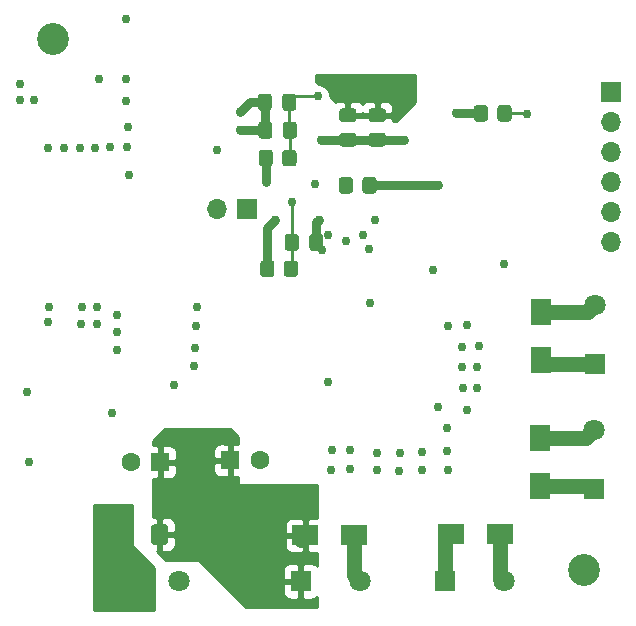
<source format=gbl>
G04 #@! TF.GenerationSoftware,KiCad,Pcbnew,(5.1.8-0-10_14)*
G04 #@! TF.CreationDate,2021-10-21T22:22:27-07:00*
G04 #@! TF.ProjectId,ESP8266_12v_Relay,45535038-3236-4365-9f31-32765f52656c,rev?*
G04 #@! TF.SameCoordinates,Original*
G04 #@! TF.FileFunction,Copper,L4,Bot*
G04 #@! TF.FilePolarity,Positive*
%FSLAX46Y46*%
G04 Gerber Fmt 4.6, Leading zero omitted, Abs format (unit mm)*
G04 Created by KiCad (PCBNEW (5.1.8-0-10_14)) date 2021-10-21 22:22:27*
%MOMM*%
%LPD*%
G01*
G04 APERTURE LIST*
G04 #@! TA.AperFunction,WasherPad*
%ADD10C,2.700000*%
G04 #@! TD*
G04 #@! TA.AperFunction,ComponentPad*
%ADD11C,1.800000*%
G04 #@! TD*
G04 #@! TA.AperFunction,ComponentPad*
%ADD12R,1.800000X1.800000*%
G04 #@! TD*
G04 #@! TA.AperFunction,ComponentPad*
%ADD13O,1.700000X1.700000*%
G04 #@! TD*
G04 #@! TA.AperFunction,ComponentPad*
%ADD14R,1.700000X1.700000*%
G04 #@! TD*
G04 #@! TA.AperFunction,ComponentPad*
%ADD15C,1.600000*%
G04 #@! TD*
G04 #@! TA.AperFunction,ComponentPad*
%ADD16R,1.600000X1.600000*%
G04 #@! TD*
G04 #@! TA.AperFunction,SMDPad,CuDef*
%ADD17R,2.250000X1.700000*%
G04 #@! TD*
G04 #@! TA.AperFunction,SMDPad,CuDef*
%ADD18R,1.700000X2.250000*%
G04 #@! TD*
G04 #@! TA.AperFunction,ViaPad*
%ADD19C,0.762000*%
G04 #@! TD*
G04 #@! TA.AperFunction,Conductor*
%ADD20C,0.762000*%
G04 #@! TD*
G04 #@! TA.AperFunction,Conductor*
%ADD21C,1.270000*%
G04 #@! TD*
G04 #@! TA.AperFunction,Conductor*
%ADD22C,0.254000*%
G04 #@! TD*
G04 #@! TA.AperFunction,Conductor*
%ADD23C,0.100000*%
G04 #@! TD*
G04 APERTURE END LIST*
D10*
X252730000Y-125730000D03*
D11*
X218440000Y-126644400D03*
D12*
X213440000Y-126644400D03*
D13*
X254965200Y-97942400D03*
X254965200Y-95402400D03*
X254965200Y-92862400D03*
X254965200Y-90322400D03*
X254965200Y-87782400D03*
D14*
X254965200Y-85242400D03*
D15*
X214314400Y-116586000D03*
D16*
X216814400Y-116586000D03*
X222747200Y-116433600D03*
D15*
X225247200Y-116433600D03*
D10*
X207772000Y-80772000D03*
D17*
X245559800Y-122656600D03*
X241459800Y-122656600D03*
X229115400Y-122783600D03*
X233215400Y-122783600D03*
D11*
X245969800Y-126669800D03*
D12*
X240969800Y-126669800D03*
X228727000Y-126669800D03*
D11*
X233727000Y-126669800D03*
D18*
X249097800Y-103868000D03*
X249097800Y-107968000D03*
X248996200Y-118610600D03*
X248996200Y-114510600D03*
D11*
X253619000Y-103280200D03*
D12*
X253619000Y-108280200D03*
X253593600Y-118821200D03*
D11*
X253593600Y-113821200D03*
D14*
X224205800Y-95148400D03*
D13*
X221665800Y-95148400D03*
G04 #@! TA.AperFunction,SMDPad,CuDef*
G36*
G01*
X234729000Y-88685700D02*
X235679000Y-88685700D01*
G75*
G02*
X235929000Y-88935700I0J-250000D01*
G01*
X235929000Y-89610700D01*
G75*
G02*
X235679000Y-89860700I-250000J0D01*
G01*
X234729000Y-89860700D01*
G75*
G02*
X234479000Y-89610700I0J250000D01*
G01*
X234479000Y-88935700D01*
G75*
G02*
X234729000Y-88685700I250000J0D01*
G01*
G37*
G04 #@! TD.AperFunction*
G04 #@! TA.AperFunction,SMDPad,CuDef*
G36*
G01*
X234729000Y-86610700D02*
X235679000Y-86610700D01*
G75*
G02*
X235929000Y-86860700I0J-250000D01*
G01*
X235929000Y-87535700D01*
G75*
G02*
X235679000Y-87785700I-250000J0D01*
G01*
X234729000Y-87785700D01*
G75*
G02*
X234479000Y-87535700I0J250000D01*
G01*
X234479000Y-86860700D01*
G75*
G02*
X234729000Y-86610700I250000J0D01*
G01*
G37*
G04 #@! TD.AperFunction*
G04 #@! TA.AperFunction,SMDPad,CuDef*
G36*
G01*
X232239800Y-86614600D02*
X233189800Y-86614600D01*
G75*
G02*
X233439800Y-86864600I0J-250000D01*
G01*
X233439800Y-87539600D01*
G75*
G02*
X233189800Y-87789600I-250000J0D01*
G01*
X232239800Y-87789600D01*
G75*
G02*
X231989800Y-87539600I0J250000D01*
G01*
X231989800Y-86864600D01*
G75*
G02*
X232239800Y-86614600I250000J0D01*
G01*
G37*
G04 #@! TD.AperFunction*
G04 #@! TA.AperFunction,SMDPad,CuDef*
G36*
G01*
X232239800Y-88689600D02*
X233189800Y-88689600D01*
G75*
G02*
X233439800Y-88939600I0J-250000D01*
G01*
X233439800Y-89614600D01*
G75*
G02*
X233189800Y-89864600I-250000J0D01*
G01*
X232239800Y-89864600D01*
G75*
G02*
X231989800Y-89614600I0J250000D01*
G01*
X231989800Y-88939600D01*
G75*
G02*
X232239800Y-88689600I250000J0D01*
G01*
G37*
G04 #@! TD.AperFunction*
G04 #@! TA.AperFunction,SMDPad,CuDef*
G36*
G01*
X228396200Y-87993200D02*
X228396200Y-88943200D01*
G75*
G02*
X228146200Y-89193200I-250000J0D01*
G01*
X227471200Y-89193200D01*
G75*
G02*
X227221200Y-88943200I0J250000D01*
G01*
X227221200Y-87993200D01*
G75*
G02*
X227471200Y-87743200I250000J0D01*
G01*
X228146200Y-87743200D01*
G75*
G02*
X228396200Y-87993200I0J-250000D01*
G01*
G37*
G04 #@! TD.AperFunction*
G04 #@! TA.AperFunction,SMDPad,CuDef*
G36*
G01*
X226321200Y-87993200D02*
X226321200Y-88943200D01*
G75*
G02*
X226071200Y-89193200I-250000J0D01*
G01*
X225396200Y-89193200D01*
G75*
G02*
X225146200Y-88943200I0J250000D01*
G01*
X225146200Y-87993200D01*
G75*
G02*
X225396200Y-87743200I250000J0D01*
G01*
X226071200Y-87743200D01*
G75*
G02*
X226321200Y-87993200I0J-250000D01*
G01*
G37*
G04 #@! TD.AperFunction*
G04 #@! TA.AperFunction,SMDPad,CuDef*
G36*
G01*
X226270400Y-85631000D02*
X226270400Y-86581000D01*
G75*
G02*
X226020400Y-86831000I-250000J0D01*
G01*
X225345400Y-86831000D01*
G75*
G02*
X225095400Y-86581000I0J250000D01*
G01*
X225095400Y-85631000D01*
G75*
G02*
X225345400Y-85381000I250000J0D01*
G01*
X226020400Y-85381000D01*
G75*
G02*
X226270400Y-85631000I0J-250000D01*
G01*
G37*
G04 #@! TD.AperFunction*
G04 #@! TA.AperFunction,SMDPad,CuDef*
G36*
G01*
X228345400Y-85631000D02*
X228345400Y-86581000D01*
G75*
G02*
X228095400Y-86831000I-250000J0D01*
G01*
X227420400Y-86831000D01*
G75*
G02*
X227170400Y-86581000I0J250000D01*
G01*
X227170400Y-85631000D01*
G75*
G02*
X227420400Y-85381000I250000J0D01*
G01*
X228095400Y-85381000D01*
G75*
G02*
X228345400Y-85631000I0J-250000D01*
G01*
G37*
G04 #@! TD.AperFunction*
G04 #@! TA.AperFunction,SMDPad,CuDef*
G36*
G01*
X227381400Y-98442800D02*
X227381400Y-97492800D01*
G75*
G02*
X227631400Y-97242800I250000J0D01*
G01*
X228306400Y-97242800D01*
G75*
G02*
X228556400Y-97492800I0J-250000D01*
G01*
X228556400Y-98442800D01*
G75*
G02*
X228306400Y-98692800I-250000J0D01*
G01*
X227631400Y-98692800D01*
G75*
G02*
X227381400Y-98442800I0J250000D01*
G01*
G37*
G04 #@! TD.AperFunction*
G04 #@! TA.AperFunction,SMDPad,CuDef*
G36*
G01*
X229456400Y-98442800D02*
X229456400Y-97492800D01*
G75*
G02*
X229706400Y-97242800I250000J0D01*
G01*
X230381400Y-97242800D01*
G75*
G02*
X230631400Y-97492800I0J-250000D01*
G01*
X230631400Y-98442800D01*
G75*
G02*
X230381400Y-98692800I-250000J0D01*
G01*
X229706400Y-98692800D01*
G75*
G02*
X229456400Y-98442800I0J250000D01*
G01*
G37*
G04 #@! TD.AperFunction*
G04 #@! TA.AperFunction,SMDPad,CuDef*
G36*
G01*
X243383000Y-87495801D02*
X243383000Y-86595799D01*
G75*
G02*
X243632999Y-86345800I249999J0D01*
G01*
X244333001Y-86345800D01*
G75*
G02*
X244583000Y-86595799I0J-249999D01*
G01*
X244583000Y-87495801D01*
G75*
G02*
X244333001Y-87745800I-249999J0D01*
G01*
X243632999Y-87745800D01*
G75*
G02*
X243383000Y-87495801I0J249999D01*
G01*
G37*
G04 #@! TD.AperFunction*
G04 #@! TA.AperFunction,SMDPad,CuDef*
G36*
G01*
X245383000Y-87495801D02*
X245383000Y-86595799D01*
G75*
G02*
X245632999Y-86345800I249999J0D01*
G01*
X246333001Y-86345800D01*
G75*
G02*
X246583000Y-86595799I0J-249999D01*
G01*
X246583000Y-87495801D01*
G75*
G02*
X246333001Y-87745800I-249999J0D01*
G01*
X245632999Y-87745800D01*
G75*
G02*
X245383000Y-87495801I0J249999D01*
G01*
G37*
G04 #@! TD.AperFunction*
G04 #@! TA.AperFunction,SMDPad,CuDef*
G36*
G01*
X233153000Y-92691799D02*
X233153000Y-93591801D01*
G75*
G02*
X232903001Y-93841800I-249999J0D01*
G01*
X232202999Y-93841800D01*
G75*
G02*
X231953000Y-93591801I0J249999D01*
G01*
X231953000Y-92691799D01*
G75*
G02*
X232202999Y-92441800I249999J0D01*
G01*
X232903001Y-92441800D01*
G75*
G02*
X233153000Y-92691799I0J-249999D01*
G01*
G37*
G04 #@! TD.AperFunction*
G04 #@! TA.AperFunction,SMDPad,CuDef*
G36*
G01*
X235153000Y-92691799D02*
X235153000Y-93591801D01*
G75*
G02*
X234903001Y-93841800I-249999J0D01*
G01*
X234202999Y-93841800D01*
G75*
G02*
X233953000Y-93591801I0J249999D01*
G01*
X233953000Y-92691799D01*
G75*
G02*
X234202999Y-92441800I249999J0D01*
G01*
X234903001Y-92441800D01*
G75*
G02*
X235153000Y-92691799I0J-249999D01*
G01*
G37*
G04 #@! TD.AperFunction*
G04 #@! TA.AperFunction,SMDPad,CuDef*
G36*
G01*
X225298200Y-100653001D02*
X225298200Y-99752999D01*
G75*
G02*
X225548199Y-99503000I249999J0D01*
G01*
X226248201Y-99503000D01*
G75*
G02*
X226498200Y-99752999I0J-249999D01*
G01*
X226498200Y-100653001D01*
G75*
G02*
X226248201Y-100903000I-249999J0D01*
G01*
X225548199Y-100903000D01*
G75*
G02*
X225298200Y-100653001I0J249999D01*
G01*
G37*
G04 #@! TD.AperFunction*
G04 #@! TA.AperFunction,SMDPad,CuDef*
G36*
G01*
X227298200Y-100653001D02*
X227298200Y-99752999D01*
G75*
G02*
X227548199Y-99503000I249999J0D01*
G01*
X228248201Y-99503000D01*
G75*
G02*
X228498200Y-99752999I0J-249999D01*
G01*
X228498200Y-100653001D01*
G75*
G02*
X228248201Y-100903000I-249999J0D01*
G01*
X227548199Y-100903000D01*
G75*
G02*
X227298200Y-100653001I0J249999D01*
G01*
G37*
G04 #@! TD.AperFunction*
G04 #@! TA.AperFunction,SMDPad,CuDef*
G36*
G01*
X227171200Y-91280401D02*
X227171200Y-90380399D01*
G75*
G02*
X227421199Y-90130400I249999J0D01*
G01*
X228121201Y-90130400D01*
G75*
G02*
X228371200Y-90380399I0J-249999D01*
G01*
X228371200Y-91280401D01*
G75*
G02*
X228121201Y-91530400I-249999J0D01*
G01*
X227421199Y-91530400D01*
G75*
G02*
X227171200Y-91280401I0J249999D01*
G01*
G37*
G04 #@! TD.AperFunction*
G04 #@! TA.AperFunction,SMDPad,CuDef*
G36*
G01*
X225171200Y-91280401D02*
X225171200Y-90380399D01*
G75*
G02*
X225421199Y-90130400I249999J0D01*
G01*
X226121201Y-90130400D01*
G75*
G02*
X226371200Y-90380399I0J-249999D01*
G01*
X226371200Y-91280401D01*
G75*
G02*
X226121201Y-91530400I-249999J0D01*
G01*
X225421199Y-91530400D01*
G75*
G02*
X225171200Y-91280401I0J249999D01*
G01*
G37*
G04 #@! TD.AperFunction*
G04 #@! TA.AperFunction,SMDPad,CuDef*
G36*
G01*
X213090400Y-123332400D02*
X213090400Y-122082400D01*
G75*
G02*
X213340400Y-121832400I250000J0D01*
G01*
X214265400Y-121832400D01*
G75*
G02*
X214515400Y-122082400I0J-250000D01*
G01*
X214515400Y-123332400D01*
G75*
G02*
X214265400Y-123582400I-250000J0D01*
G01*
X213340400Y-123582400D01*
G75*
G02*
X213090400Y-123332400I0J250000D01*
G01*
G37*
G04 #@! TD.AperFunction*
G04 #@! TA.AperFunction,SMDPad,CuDef*
G36*
G01*
X216065400Y-123332400D02*
X216065400Y-122082400D01*
G75*
G02*
X216315400Y-121832400I250000J0D01*
G01*
X217240400Y-121832400D01*
G75*
G02*
X217490400Y-122082400I0J-250000D01*
G01*
X217490400Y-123332400D01*
G75*
G02*
X217240400Y-123582400I-250000J0D01*
G01*
X216315400Y-123582400D01*
G75*
G02*
X216065400Y-123332400I0J250000D01*
G01*
G37*
G04 #@! TD.AperFunction*
D19*
X210007200Y-89966800D03*
X211328000Y-89966800D03*
X212598000Y-89916000D03*
X208686400Y-89966800D03*
X207365600Y-90017600D03*
X214020400Y-89916000D03*
X214071200Y-88239600D03*
X214223600Y-92303600D03*
X230331600Y-84069600D03*
X234793200Y-84069600D03*
X234797600Y-85496400D03*
X236270800Y-84074000D03*
X236270800Y-85471000D03*
X237515400Y-84353400D03*
X237490000Y-85521800D03*
X241833400Y-87045800D03*
X225771200Y-92878400D03*
X240334800Y-93141800D03*
X226517200Y-96113600D03*
X213918800Y-79044800D03*
X230530400Y-98577400D03*
X205536800Y-110642400D03*
X205740000Y-116535200D03*
X207416400Y-103428800D03*
X207365600Y-104698800D03*
X206146400Y-85953600D03*
X204927200Y-85953600D03*
X204927200Y-84531200D03*
X211632800Y-84124800D03*
X213918800Y-84124800D03*
X213969600Y-86004400D03*
X219913200Y-103479600D03*
X219862400Y-105054400D03*
X219811600Y-106883200D03*
X219710000Y-108407200D03*
X217982800Y-110032800D03*
X234994000Y-96069600D03*
X232550000Y-97879200D03*
X230253800Y-96065600D03*
X221651000Y-90108600D03*
X245897400Y-99796600D03*
X239947200Y-100285800D03*
X234626400Y-103079800D03*
X231038400Y-109753400D03*
X231343200Y-115544600D03*
X232918000Y-115544600D03*
X231267000Y-117221000D03*
X232867200Y-117170200D03*
X235204000Y-115824000D03*
X235153200Y-117271800D03*
X237109000Y-115824000D03*
X237058200Y-117297200D03*
X239014000Y-115722400D03*
X238988600Y-117271800D03*
X241122200Y-115646200D03*
X241198400Y-117271800D03*
X241096800Y-113715800D03*
X240385600Y-111937800D03*
X242443000Y-110286800D03*
X243636800Y-110312200D03*
X242366800Y-108559600D03*
X243687600Y-108534200D03*
X242341400Y-106832400D03*
X243789200Y-106705400D03*
X241173000Y-105029000D03*
X242773200Y-104978200D03*
X242773200Y-112191800D03*
X223596200Y-88468200D03*
X223570800Y-86944200D03*
X237507600Y-89273200D03*
X230432700Y-89277100D03*
X234010200Y-97307400D03*
X231038400Y-97332800D03*
X234543600Y-98526600D03*
X212734400Y-112455200D03*
X210210400Y-103428800D03*
X211480400Y-103428800D03*
X210159600Y-104851200D03*
X211480400Y-104851200D03*
X213156800Y-104140000D03*
X213156800Y-105562400D03*
X213156800Y-107086400D03*
X217017600Y-120370600D03*
X217043000Y-118821200D03*
X218846400Y-118795800D03*
X218821000Y-120472200D03*
X220649800Y-118795800D03*
X220776800Y-120573800D03*
X218897200Y-122580400D03*
X220980000Y-122428000D03*
X219735400Y-116687600D03*
X219684600Y-114884200D03*
X223012000Y-119456200D03*
X223012000Y-121615200D03*
X222656400Y-125120400D03*
X228727000Y-119862600D03*
X225806000Y-119964200D03*
X225882200Y-124612400D03*
X225882200Y-127711200D03*
X225780600Y-122453400D03*
X223799400Y-123571000D03*
X224332800Y-126161800D03*
X220751400Y-124282200D03*
X221919800Y-114249200D03*
X217855800Y-114300000D03*
X217601800Y-124536200D03*
X230215000Y-85608600D03*
X247858800Y-87065600D03*
X227963600Y-94565600D03*
X229895400Y-93065600D03*
X213918800Y-120624600D03*
X211836000Y-120650000D03*
X211455000Y-122174000D03*
X211480400Y-123571000D03*
X214782400Y-124637800D03*
X211531200Y-124841000D03*
D20*
X243983000Y-87045800D02*
X241833400Y-87045800D01*
X241833400Y-87045800D02*
X241833400Y-87045800D01*
X225771200Y-90830400D02*
X225771200Y-92878400D01*
X225771200Y-92878400D02*
X225771200Y-92878400D01*
X234553000Y-93141800D02*
X240334800Y-93141800D01*
X240334800Y-93141800D02*
X240334800Y-93141800D01*
X225898200Y-100203000D02*
X225898200Y-96732600D01*
X225898200Y-96732600D02*
X226517200Y-96113600D01*
X226517200Y-96113600D02*
X226517200Y-96113600D01*
X230043900Y-96275500D02*
X230253800Y-96065600D01*
X230043900Y-97967800D02*
X230043900Y-96275500D01*
X225682900Y-88417400D02*
X225733700Y-88468200D01*
X225682900Y-86106000D02*
X225682900Y-88417400D01*
X225733700Y-88468200D02*
X223596200Y-88468200D01*
X223596200Y-88468200D02*
X223596200Y-88468200D01*
X225682900Y-86106000D02*
X224409000Y-86106000D01*
X224409000Y-86106000D02*
X223570800Y-86944200D01*
X223570800Y-86944200D02*
X223570800Y-86944200D01*
X235200100Y-89277100D02*
X235204000Y-89273200D01*
X232714800Y-89277100D02*
X235200100Y-89277100D01*
X235204000Y-89273200D02*
X237507600Y-89273200D01*
X232714800Y-89277100D02*
X230432700Y-89277100D01*
X237507600Y-89273200D02*
X237507600Y-89273200D01*
X230432700Y-89277100D02*
X230432700Y-89277100D01*
D21*
X228727000Y-123172000D02*
X229115400Y-122783600D01*
X240969800Y-123146600D02*
X241459800Y-122656600D01*
X240969800Y-126669800D02*
X240969800Y-123146600D01*
X253383000Y-118610600D02*
X253593600Y-118821200D01*
X248996200Y-118610600D02*
X253383000Y-118610600D01*
X249410000Y-108280200D02*
X249097800Y-107968000D01*
X253619000Y-108280200D02*
X249410000Y-108280200D01*
D22*
X228255300Y-85608600D02*
X227757900Y-86106000D01*
X230215000Y-85608600D02*
X228255300Y-85608600D01*
X227757900Y-88417400D02*
X227808700Y-88468200D01*
X227757900Y-86106000D02*
X227757900Y-88417400D01*
X227808700Y-90792900D02*
X227771200Y-90830400D01*
X227808700Y-88468200D02*
X227808700Y-90792900D01*
D21*
X233215400Y-126158200D02*
X233727000Y-126669800D01*
X233215400Y-122783600D02*
X233215400Y-126158200D01*
X245559800Y-126259800D02*
X245969800Y-126669800D01*
X245559800Y-122656600D02*
X245559800Y-126259800D01*
D22*
X247839000Y-87045800D02*
X247858800Y-87065600D01*
X245983000Y-87045800D02*
X247839000Y-87045800D01*
X227963600Y-97962500D02*
X227968900Y-97967800D01*
X227963600Y-94565600D02*
X227963600Y-97962500D01*
X227968900Y-100419500D02*
X227981000Y-100431600D01*
X227968900Y-97967800D02*
X227968900Y-100419500D01*
D21*
X252904200Y-114510600D02*
X253593600Y-113821200D01*
X248996200Y-114510600D02*
X252904200Y-114510600D01*
X253031200Y-103868000D02*
X253619000Y-103280200D01*
X249097800Y-103868000D02*
X253031200Y-103868000D01*
D22*
X238379000Y-86078794D02*
X236802394Y-87655400D01*
X236565745Y-87655400D01*
X236564000Y-87483950D01*
X236405250Y-87325200D01*
X235331000Y-87325200D01*
X235331000Y-87345200D01*
X235077000Y-87345200D01*
X235077000Y-87325200D01*
X234002750Y-87325200D01*
X233957450Y-87370500D01*
X233916050Y-87329100D01*
X232841800Y-87329100D01*
X232841800Y-87349100D01*
X232587800Y-87349100D01*
X232587800Y-87329100D01*
X232567800Y-87329100D01*
X232567800Y-87075100D01*
X232587800Y-87075100D01*
X232587800Y-86138350D01*
X232841800Y-86138350D01*
X232841800Y-87075100D01*
X233916050Y-87075100D01*
X233961350Y-87029800D01*
X234002750Y-87071200D01*
X235077000Y-87071200D01*
X235077000Y-86134450D01*
X235331000Y-86134450D01*
X235331000Y-87071200D01*
X236405250Y-87071200D01*
X236564000Y-86912450D01*
X236567072Y-86610700D01*
X236554812Y-86486218D01*
X236518502Y-86366520D01*
X236459537Y-86256206D01*
X236380185Y-86159515D01*
X236283494Y-86080163D01*
X236173180Y-86021198D01*
X236053482Y-85984888D01*
X235929000Y-85972628D01*
X235489750Y-85975700D01*
X235331000Y-86134450D01*
X235077000Y-86134450D01*
X234918250Y-85975700D01*
X234479000Y-85972628D01*
X234354518Y-85984888D01*
X234234820Y-86021198D01*
X234124506Y-86080163D01*
X234027815Y-86159515D01*
X233957800Y-86244829D01*
X233890985Y-86163415D01*
X233794294Y-86084063D01*
X233683980Y-86025098D01*
X233564282Y-85988788D01*
X233439800Y-85976528D01*
X233000550Y-85979600D01*
X232841800Y-86138350D01*
X232587800Y-86138350D01*
X232429050Y-85979600D01*
X231989800Y-85976528D01*
X231865318Y-85988788D01*
X231745620Y-86025098D01*
X231696669Y-86051263D01*
X231231000Y-85585594D01*
X231231000Y-85508533D01*
X231191956Y-85312244D01*
X231115368Y-85127344D01*
X231004179Y-84960938D01*
X230862662Y-84819421D01*
X230696256Y-84708232D01*
X230511356Y-84631644D01*
X230315067Y-84592600D01*
X230238006Y-84592600D01*
X229997000Y-84351594D01*
X229997000Y-83769200D01*
X238379000Y-83769200D01*
X238379000Y-86078794D01*
G04 #@! TA.AperFunction,Conductor*
D23*
G36*
X238379000Y-86078794D02*
G01*
X236802394Y-87655400D01*
X236565745Y-87655400D01*
X236564000Y-87483950D01*
X236405250Y-87325200D01*
X235331000Y-87325200D01*
X235331000Y-87345200D01*
X235077000Y-87345200D01*
X235077000Y-87325200D01*
X234002750Y-87325200D01*
X233957450Y-87370500D01*
X233916050Y-87329100D01*
X232841800Y-87329100D01*
X232841800Y-87349100D01*
X232587800Y-87349100D01*
X232587800Y-87329100D01*
X232567800Y-87329100D01*
X232567800Y-87075100D01*
X232587800Y-87075100D01*
X232587800Y-86138350D01*
X232841800Y-86138350D01*
X232841800Y-87075100D01*
X233916050Y-87075100D01*
X233961350Y-87029800D01*
X234002750Y-87071200D01*
X235077000Y-87071200D01*
X235077000Y-86134450D01*
X235331000Y-86134450D01*
X235331000Y-87071200D01*
X236405250Y-87071200D01*
X236564000Y-86912450D01*
X236567072Y-86610700D01*
X236554812Y-86486218D01*
X236518502Y-86366520D01*
X236459537Y-86256206D01*
X236380185Y-86159515D01*
X236283494Y-86080163D01*
X236173180Y-86021198D01*
X236053482Y-85984888D01*
X235929000Y-85972628D01*
X235489750Y-85975700D01*
X235331000Y-86134450D01*
X235077000Y-86134450D01*
X234918250Y-85975700D01*
X234479000Y-85972628D01*
X234354518Y-85984888D01*
X234234820Y-86021198D01*
X234124506Y-86080163D01*
X234027815Y-86159515D01*
X233957800Y-86244829D01*
X233890985Y-86163415D01*
X233794294Y-86084063D01*
X233683980Y-86025098D01*
X233564282Y-85988788D01*
X233439800Y-85976528D01*
X233000550Y-85979600D01*
X232841800Y-86138350D01*
X232587800Y-86138350D01*
X232429050Y-85979600D01*
X231989800Y-85976528D01*
X231865318Y-85988788D01*
X231745620Y-86025098D01*
X231696669Y-86051263D01*
X231231000Y-85585594D01*
X231231000Y-85508533D01*
X231191956Y-85312244D01*
X231115368Y-85127344D01*
X231004179Y-84960938D01*
X230862662Y-84819421D01*
X230696256Y-84708232D01*
X230511356Y-84631644D01*
X230315067Y-84592600D01*
X230238006Y-84592600D01*
X229997000Y-84351594D01*
X229997000Y-83769200D01*
X238379000Y-83769200D01*
X238379000Y-86078794D01*
G37*
G04 #@! TD.AperFunction*
D22*
X214401400Y-123571000D02*
X214403840Y-123595776D01*
X214411067Y-123619601D01*
X214422803Y-123641557D01*
X214438597Y-123660803D01*
X216331800Y-125554006D01*
X216331800Y-129057400D01*
X211251800Y-129057400D01*
X211251800Y-120192800D01*
X214401400Y-120192800D01*
X214401400Y-123571000D01*
G04 #@! TA.AperFunction,Conductor*
D23*
G36*
X214401400Y-123571000D02*
G01*
X214403840Y-123595776D01*
X214411067Y-123619601D01*
X214422803Y-123641557D01*
X214438597Y-123660803D01*
X216331800Y-125554006D01*
X216331800Y-129057400D01*
X211251800Y-129057400D01*
X211251800Y-120192800D01*
X214401400Y-120192800D01*
X214401400Y-123571000D01*
G37*
G04 #@! TD.AperFunction*
D22*
X223393000Y-114428806D02*
X223393000Y-114996449D01*
X223032950Y-114998600D01*
X222874200Y-115157350D01*
X222874200Y-116306600D01*
X222894200Y-116306600D01*
X222894200Y-116560600D01*
X222874200Y-116560600D01*
X222874200Y-117709850D01*
X223032950Y-117868600D01*
X223393000Y-117870751D01*
X223393000Y-118414800D01*
X223395440Y-118439576D01*
X223402667Y-118463401D01*
X223414403Y-118485357D01*
X223430197Y-118504603D01*
X223449443Y-118520397D01*
X223471399Y-118532133D01*
X223495224Y-118539360D01*
X223520000Y-118541800D01*
X230098600Y-118541800D01*
X230098600Y-121296047D01*
X229401150Y-121298600D01*
X229242400Y-121457350D01*
X229242400Y-122656600D01*
X229262400Y-122656600D01*
X229262400Y-122910600D01*
X229242400Y-122910600D01*
X229242400Y-124109850D01*
X229401150Y-124268600D01*
X230098600Y-124271153D01*
X230098600Y-125343491D01*
X230078185Y-125318615D01*
X229981494Y-125239263D01*
X229871180Y-125180298D01*
X229751482Y-125143988D01*
X229627000Y-125131728D01*
X229012750Y-125134800D01*
X228854000Y-125293550D01*
X228854000Y-126542800D01*
X228874000Y-126542800D01*
X228874000Y-126796800D01*
X228854000Y-126796800D01*
X228854000Y-128046050D01*
X229012750Y-128204800D01*
X229627000Y-128207872D01*
X229751482Y-128195612D01*
X229871180Y-128159302D01*
X229981494Y-128100337D01*
X230078185Y-128020985D01*
X230098600Y-127996109D01*
X230098600Y-128828800D01*
X224106006Y-128828800D01*
X222847006Y-127569800D01*
X227188928Y-127569800D01*
X227201188Y-127694282D01*
X227237498Y-127813980D01*
X227296463Y-127924294D01*
X227375815Y-128020985D01*
X227472506Y-128100337D01*
X227582820Y-128159302D01*
X227702518Y-128195612D01*
X227827000Y-128207872D01*
X228441250Y-128204800D01*
X228600000Y-128046050D01*
X228600000Y-126796800D01*
X227350750Y-126796800D01*
X227192000Y-126955550D01*
X227188928Y-127569800D01*
X222847006Y-127569800D01*
X221047006Y-125769800D01*
X227188928Y-125769800D01*
X227192000Y-126384050D01*
X227350750Y-126542800D01*
X228600000Y-126542800D01*
X228600000Y-125293550D01*
X228441250Y-125134800D01*
X227827000Y-125131728D01*
X227702518Y-125143988D01*
X227582820Y-125180298D01*
X227472506Y-125239263D01*
X227375815Y-125318615D01*
X227296463Y-125415306D01*
X227237498Y-125525620D01*
X227201188Y-125645318D01*
X227188928Y-125769800D01*
X221047006Y-125769800D01*
X218910806Y-123633600D01*
X227352328Y-123633600D01*
X227364588Y-123758082D01*
X227400898Y-123877780D01*
X227459863Y-123988094D01*
X227539215Y-124084785D01*
X227635906Y-124164137D01*
X227746220Y-124223102D01*
X227865918Y-124259412D01*
X227990400Y-124271672D01*
X228829650Y-124268600D01*
X228988400Y-124109850D01*
X228988400Y-122910600D01*
X227514150Y-122910600D01*
X227355400Y-123069350D01*
X227352328Y-123633600D01*
X218910806Y-123633600D01*
X218783803Y-123506597D01*
X218764557Y-123490803D01*
X218742601Y-123479067D01*
X218718776Y-123471840D01*
X218694000Y-123469400D01*
X218127883Y-123469400D01*
X218125400Y-122993150D01*
X217966650Y-122834400D01*
X216904900Y-122834400D01*
X216904900Y-122854400D01*
X216650900Y-122854400D01*
X216650900Y-122834400D01*
X216630900Y-122834400D01*
X216630900Y-122580400D01*
X216650900Y-122580400D01*
X216650900Y-121356150D01*
X216904900Y-121356150D01*
X216904900Y-122580400D01*
X217966650Y-122580400D01*
X218125400Y-122421650D01*
X218127944Y-121933600D01*
X227352328Y-121933600D01*
X227355400Y-122497850D01*
X227514150Y-122656600D01*
X228988400Y-122656600D01*
X228988400Y-121457350D01*
X228829650Y-121298600D01*
X227990400Y-121295528D01*
X227865918Y-121307788D01*
X227746220Y-121344098D01*
X227635906Y-121403063D01*
X227539215Y-121482415D01*
X227459863Y-121579106D01*
X227400898Y-121689420D01*
X227364588Y-121809118D01*
X227352328Y-121933600D01*
X218127944Y-121933600D01*
X218128472Y-121832400D01*
X218116212Y-121707918D01*
X218079902Y-121588220D01*
X218020937Y-121477906D01*
X217941585Y-121381215D01*
X217844894Y-121301863D01*
X217734580Y-121242898D01*
X217614882Y-121206588D01*
X217490400Y-121194328D01*
X217063650Y-121197400D01*
X216904900Y-121356150D01*
X216650900Y-121356150D01*
X216492150Y-121197400D01*
X216204800Y-121195331D01*
X216204800Y-118022935D01*
X216528650Y-118021000D01*
X216687400Y-117862250D01*
X216687400Y-116713000D01*
X216941400Y-116713000D01*
X216941400Y-117862250D01*
X217100150Y-118021000D01*
X217614400Y-118024072D01*
X217738882Y-118011812D01*
X217858580Y-117975502D01*
X217968894Y-117916537D01*
X218065585Y-117837185D01*
X218144937Y-117740494D01*
X218203902Y-117630180D01*
X218240212Y-117510482D01*
X218252472Y-117386000D01*
X218251562Y-117233600D01*
X221309128Y-117233600D01*
X221321388Y-117358082D01*
X221357698Y-117477780D01*
X221416663Y-117588094D01*
X221496015Y-117684785D01*
X221592706Y-117764137D01*
X221703020Y-117823102D01*
X221822718Y-117859412D01*
X221947200Y-117871672D01*
X222461450Y-117868600D01*
X222620200Y-117709850D01*
X222620200Y-116560600D01*
X221470950Y-116560600D01*
X221312200Y-116719350D01*
X221309128Y-117233600D01*
X218251562Y-117233600D01*
X218249400Y-116871750D01*
X218090650Y-116713000D01*
X216941400Y-116713000D01*
X216687400Y-116713000D01*
X216667400Y-116713000D01*
X216667400Y-116459000D01*
X216687400Y-116459000D01*
X216687400Y-115309750D01*
X216941400Y-115309750D01*
X216941400Y-116459000D01*
X218090650Y-116459000D01*
X218249400Y-116300250D01*
X218252472Y-115786000D01*
X218240212Y-115661518D01*
X218231744Y-115633600D01*
X221309128Y-115633600D01*
X221312200Y-116147850D01*
X221470950Y-116306600D01*
X222620200Y-116306600D01*
X222620200Y-115157350D01*
X222461450Y-114998600D01*
X221947200Y-114995528D01*
X221822718Y-115007788D01*
X221703020Y-115044098D01*
X221592706Y-115103063D01*
X221496015Y-115182415D01*
X221416663Y-115279106D01*
X221357698Y-115389420D01*
X221321388Y-115509118D01*
X221309128Y-115633600D01*
X218231744Y-115633600D01*
X218203902Y-115541820D01*
X218144937Y-115431506D01*
X218065585Y-115334815D01*
X217968894Y-115255463D01*
X217858580Y-115196498D01*
X217738882Y-115160188D01*
X217614400Y-115147928D01*
X217100150Y-115151000D01*
X216941400Y-115309750D01*
X216687400Y-115309750D01*
X216528650Y-115151000D01*
X216204800Y-115149065D01*
X216204800Y-114784406D01*
X217197206Y-113792000D01*
X222756194Y-113792000D01*
X223393000Y-114428806D01*
G04 #@! TA.AperFunction,Conductor*
D23*
G36*
X223393000Y-114428806D02*
G01*
X223393000Y-114996449D01*
X223032950Y-114998600D01*
X222874200Y-115157350D01*
X222874200Y-116306600D01*
X222894200Y-116306600D01*
X222894200Y-116560600D01*
X222874200Y-116560600D01*
X222874200Y-117709850D01*
X223032950Y-117868600D01*
X223393000Y-117870751D01*
X223393000Y-118414800D01*
X223395440Y-118439576D01*
X223402667Y-118463401D01*
X223414403Y-118485357D01*
X223430197Y-118504603D01*
X223449443Y-118520397D01*
X223471399Y-118532133D01*
X223495224Y-118539360D01*
X223520000Y-118541800D01*
X230098600Y-118541800D01*
X230098600Y-121296047D01*
X229401150Y-121298600D01*
X229242400Y-121457350D01*
X229242400Y-122656600D01*
X229262400Y-122656600D01*
X229262400Y-122910600D01*
X229242400Y-122910600D01*
X229242400Y-124109850D01*
X229401150Y-124268600D01*
X230098600Y-124271153D01*
X230098600Y-125343491D01*
X230078185Y-125318615D01*
X229981494Y-125239263D01*
X229871180Y-125180298D01*
X229751482Y-125143988D01*
X229627000Y-125131728D01*
X229012750Y-125134800D01*
X228854000Y-125293550D01*
X228854000Y-126542800D01*
X228874000Y-126542800D01*
X228874000Y-126796800D01*
X228854000Y-126796800D01*
X228854000Y-128046050D01*
X229012750Y-128204800D01*
X229627000Y-128207872D01*
X229751482Y-128195612D01*
X229871180Y-128159302D01*
X229981494Y-128100337D01*
X230078185Y-128020985D01*
X230098600Y-127996109D01*
X230098600Y-128828800D01*
X224106006Y-128828800D01*
X222847006Y-127569800D01*
X227188928Y-127569800D01*
X227201188Y-127694282D01*
X227237498Y-127813980D01*
X227296463Y-127924294D01*
X227375815Y-128020985D01*
X227472506Y-128100337D01*
X227582820Y-128159302D01*
X227702518Y-128195612D01*
X227827000Y-128207872D01*
X228441250Y-128204800D01*
X228600000Y-128046050D01*
X228600000Y-126796800D01*
X227350750Y-126796800D01*
X227192000Y-126955550D01*
X227188928Y-127569800D01*
X222847006Y-127569800D01*
X221047006Y-125769800D01*
X227188928Y-125769800D01*
X227192000Y-126384050D01*
X227350750Y-126542800D01*
X228600000Y-126542800D01*
X228600000Y-125293550D01*
X228441250Y-125134800D01*
X227827000Y-125131728D01*
X227702518Y-125143988D01*
X227582820Y-125180298D01*
X227472506Y-125239263D01*
X227375815Y-125318615D01*
X227296463Y-125415306D01*
X227237498Y-125525620D01*
X227201188Y-125645318D01*
X227188928Y-125769800D01*
X221047006Y-125769800D01*
X218910806Y-123633600D01*
X227352328Y-123633600D01*
X227364588Y-123758082D01*
X227400898Y-123877780D01*
X227459863Y-123988094D01*
X227539215Y-124084785D01*
X227635906Y-124164137D01*
X227746220Y-124223102D01*
X227865918Y-124259412D01*
X227990400Y-124271672D01*
X228829650Y-124268600D01*
X228988400Y-124109850D01*
X228988400Y-122910600D01*
X227514150Y-122910600D01*
X227355400Y-123069350D01*
X227352328Y-123633600D01*
X218910806Y-123633600D01*
X218783803Y-123506597D01*
X218764557Y-123490803D01*
X218742601Y-123479067D01*
X218718776Y-123471840D01*
X218694000Y-123469400D01*
X218127883Y-123469400D01*
X218125400Y-122993150D01*
X217966650Y-122834400D01*
X216904900Y-122834400D01*
X216904900Y-122854400D01*
X216650900Y-122854400D01*
X216650900Y-122834400D01*
X216630900Y-122834400D01*
X216630900Y-122580400D01*
X216650900Y-122580400D01*
X216650900Y-121356150D01*
X216904900Y-121356150D01*
X216904900Y-122580400D01*
X217966650Y-122580400D01*
X218125400Y-122421650D01*
X218127944Y-121933600D01*
X227352328Y-121933600D01*
X227355400Y-122497850D01*
X227514150Y-122656600D01*
X228988400Y-122656600D01*
X228988400Y-121457350D01*
X228829650Y-121298600D01*
X227990400Y-121295528D01*
X227865918Y-121307788D01*
X227746220Y-121344098D01*
X227635906Y-121403063D01*
X227539215Y-121482415D01*
X227459863Y-121579106D01*
X227400898Y-121689420D01*
X227364588Y-121809118D01*
X227352328Y-121933600D01*
X218127944Y-121933600D01*
X218128472Y-121832400D01*
X218116212Y-121707918D01*
X218079902Y-121588220D01*
X218020937Y-121477906D01*
X217941585Y-121381215D01*
X217844894Y-121301863D01*
X217734580Y-121242898D01*
X217614882Y-121206588D01*
X217490400Y-121194328D01*
X217063650Y-121197400D01*
X216904900Y-121356150D01*
X216650900Y-121356150D01*
X216492150Y-121197400D01*
X216204800Y-121195331D01*
X216204800Y-118022935D01*
X216528650Y-118021000D01*
X216687400Y-117862250D01*
X216687400Y-116713000D01*
X216941400Y-116713000D01*
X216941400Y-117862250D01*
X217100150Y-118021000D01*
X217614400Y-118024072D01*
X217738882Y-118011812D01*
X217858580Y-117975502D01*
X217968894Y-117916537D01*
X218065585Y-117837185D01*
X218144937Y-117740494D01*
X218203902Y-117630180D01*
X218240212Y-117510482D01*
X218252472Y-117386000D01*
X218251562Y-117233600D01*
X221309128Y-117233600D01*
X221321388Y-117358082D01*
X221357698Y-117477780D01*
X221416663Y-117588094D01*
X221496015Y-117684785D01*
X221592706Y-117764137D01*
X221703020Y-117823102D01*
X221822718Y-117859412D01*
X221947200Y-117871672D01*
X222461450Y-117868600D01*
X222620200Y-117709850D01*
X222620200Y-116560600D01*
X221470950Y-116560600D01*
X221312200Y-116719350D01*
X221309128Y-117233600D01*
X218251562Y-117233600D01*
X218249400Y-116871750D01*
X218090650Y-116713000D01*
X216941400Y-116713000D01*
X216687400Y-116713000D01*
X216667400Y-116713000D01*
X216667400Y-116459000D01*
X216687400Y-116459000D01*
X216687400Y-115309750D01*
X216941400Y-115309750D01*
X216941400Y-116459000D01*
X218090650Y-116459000D01*
X218249400Y-116300250D01*
X218252472Y-115786000D01*
X218240212Y-115661518D01*
X218231744Y-115633600D01*
X221309128Y-115633600D01*
X221312200Y-116147850D01*
X221470950Y-116306600D01*
X222620200Y-116306600D01*
X222620200Y-115157350D01*
X222461450Y-114998600D01*
X221947200Y-114995528D01*
X221822718Y-115007788D01*
X221703020Y-115044098D01*
X221592706Y-115103063D01*
X221496015Y-115182415D01*
X221416663Y-115279106D01*
X221357698Y-115389420D01*
X221321388Y-115509118D01*
X221309128Y-115633600D01*
X218231744Y-115633600D01*
X218203902Y-115541820D01*
X218144937Y-115431506D01*
X218065585Y-115334815D01*
X217968894Y-115255463D01*
X217858580Y-115196498D01*
X217738882Y-115160188D01*
X217614400Y-115147928D01*
X217100150Y-115151000D01*
X216941400Y-115309750D01*
X216687400Y-115309750D01*
X216528650Y-115151000D01*
X216204800Y-115149065D01*
X216204800Y-114784406D01*
X217197206Y-113792000D01*
X222756194Y-113792000D01*
X223393000Y-114428806D01*
G37*
G04 #@! TD.AperFunction*
D22*
X216924900Y-122834400D02*
X216904900Y-122834400D01*
X216904900Y-124058650D01*
X217063650Y-124217400D01*
X217490400Y-124220472D01*
X217614882Y-124208212D01*
X217734580Y-124171902D01*
X217844894Y-124112937D01*
X217941585Y-124033585D01*
X218020937Y-123936894D01*
X218079902Y-123826580D01*
X218116212Y-123706882D01*
X218128472Y-123582400D01*
X218125400Y-122993150D01*
X217966652Y-122834402D01*
X218125400Y-122834402D01*
X218125400Y-122732800D01*
X220192600Y-122732800D01*
X220192600Y-124891800D01*
X217324990Y-124891800D01*
X216579303Y-124130247D01*
X216650900Y-124058650D01*
X216650900Y-122834400D01*
X216630900Y-122834400D01*
X216630900Y-122732800D01*
X216924900Y-122732800D01*
X216924900Y-122834400D01*
G04 #@! TA.AperFunction,Conductor*
D23*
G36*
X216924900Y-122834400D02*
G01*
X216904900Y-122834400D01*
X216904900Y-124058650D01*
X217063650Y-124217400D01*
X217490400Y-124220472D01*
X217614882Y-124208212D01*
X217734580Y-124171902D01*
X217844894Y-124112937D01*
X217941585Y-124033585D01*
X218020937Y-123936894D01*
X218079902Y-123826580D01*
X218116212Y-123706882D01*
X218128472Y-123582400D01*
X218125400Y-122993150D01*
X217966652Y-122834402D01*
X218125400Y-122834402D01*
X218125400Y-122732800D01*
X220192600Y-122732800D01*
X220192600Y-124891800D01*
X217324990Y-124891800D01*
X216579303Y-124130247D01*
X216650900Y-124058650D01*
X216650900Y-122834400D01*
X216630900Y-122834400D01*
X216630900Y-122732800D01*
X216924900Y-122732800D01*
X216924900Y-122834400D01*
G37*
G04 #@! TD.AperFunction*
M02*

</source>
